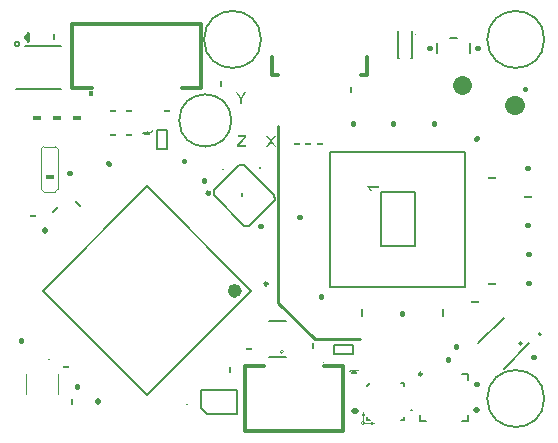
<source format=gto>
G04 Layer_Color=65535*
%FSLAX44Y44*%
%MOMM*%
G71*
G01*
G75*
%ADD63C,0.1270*%
%ADD66C,0.2540*%
%ADD85C,0.6000*%
%ADD86C,0.2500*%
%ADD87C,0.1016*%
%ADD88C,0.3048*%
%ADD89C,0.2032*%
%ADD90C,0.0000*%
%ADD91C,0.2000*%
%ADD92C,0.1524*%
%ADD93C,0.5080*%
%ADD94C,1.6002*%
%ADD95C,0.4064*%
G04:AMPARAMS|DCode=96|XSize=0.1524mm|YSize=0.6048mm|CornerRadius=0mm|HoleSize=0mm|Usage=FLASHONLY|Rotation=45.000|XOffset=0mm|YOffset=0mm|HoleType=Round|Shape=Rectangle|*
%AMROTATEDRECTD96*
4,1,4,0.1600,-0.2677,-0.2677,0.1600,-0.1600,0.2677,0.2677,-0.1600,0.1600,-0.2677,0.0*
%
%ADD96ROTATEDRECTD96*%

%ADD97R,0.6048X0.1524*%
%ADD98R,0.1524X0.6048*%
G04:AMPARAMS|DCode=99|XSize=0.1524mm|YSize=0.6048mm|CornerRadius=0mm|HoleSize=0mm|Usage=FLASHONLY|Rotation=270.010|XOffset=0mm|YOffset=0mm|HoleType=Round|Shape=Rectangle|*
%AMROTATEDRECTD99*
4,1,4,-0.3024,0.0762,0.3024,0.0763,0.3024,-0.0762,-0.3024,-0.0763,-0.3024,0.0762,0.0*
%
%ADD99ROTATEDRECTD99*%

G04:AMPARAMS|DCode=100|XSize=0.1524mm|YSize=0.6048mm|CornerRadius=0mm|HoleSize=0mm|Usage=FLASHONLY|Rotation=0.002|XOffset=0mm|YOffset=0mm|HoleType=Round|Shape=Rectangle|*
%AMROTATEDRECTD100*
4,1,4,-0.0762,-0.3024,-0.0762,0.3024,0.0762,0.3024,0.0762,-0.3024,-0.0762,-0.3024,0.0*
%
%ADD100ROTATEDRECTD100*%

%ADD101R,0.7112X0.4064*%
G04:AMPARAMS|DCode=102|XSize=0.1524mm|YSize=0.6048mm|CornerRadius=0mm|HoleSize=0mm|Usage=FLASHONLY|Rotation=135.000|XOffset=0mm|YOffset=0mm|HoleType=Round|Shape=Rectangle|*
%AMROTATEDRECTD102*
4,1,4,0.2677,0.1600,-0.1600,-0.2677,-0.2677,-0.1600,0.1600,0.2677,0.2677,0.1600,0.0*
%
%ADD102ROTATEDRECTD102*%

%ADD103R,0.7620X0.4572*%
G36*
X2437105Y718630D02*
Y714502D01*
X2435809D01*
Y718630D01*
X2432050Y724268D01*
X2433599D01*
X2435530Y721309D01*
X2435542Y721296D01*
X2435555Y721271D01*
X2435581Y721233D01*
X2435619Y721170D01*
X2435670Y721093D01*
X2435720Y721004D01*
X2435860Y720788D01*
X2436012Y720547D01*
X2436178Y720268D01*
X2436343Y719963D01*
X2436520Y719658D01*
Y719671D01*
X2436546Y719696D01*
X2436571Y719734D01*
X2436597Y719798D01*
X2436647Y719861D01*
X2436698Y719950D01*
X2436762Y720052D01*
X2436825Y720166D01*
X2436990Y720420D01*
X2437168Y720712D01*
X2437371Y721042D01*
X2437600Y721385D01*
X2439492Y724268D01*
X2441004D01*
X2437105Y718630D01*
D02*
G37*
G36*
X2441131Y686791D02*
X2435644Y680022D01*
X2435060Y679336D01*
X2441296D01*
Y678180D01*
X2433574D01*
Y679374D01*
X2438578Y685622D01*
X2438591Y685635D01*
X2438603Y685648D01*
X2438629Y685686D01*
X2438667Y685736D01*
X2438768Y685863D01*
X2438895Y686016D01*
X2439048Y686206D01*
X2439225Y686397D01*
X2439403Y686600D01*
X2439581Y686791D01*
X2434146D01*
Y687946D01*
X2441131D01*
Y686791D01*
D02*
G37*
G36*
X2553462Y643496D02*
X2545829D01*
X2545842Y643471D01*
X2545893Y643420D01*
X2545982Y643318D01*
X2546083Y643192D01*
X2546210Y643026D01*
X2546350Y642823D01*
X2546502Y642607D01*
X2546655Y642353D01*
Y642341D01*
X2546667Y642328D01*
X2546693Y642290D01*
X2546718Y642239D01*
X2546794Y642099D01*
X2546883Y641934D01*
X2546985Y641744D01*
X2547087Y641528D01*
X2547188Y641312D01*
X2547277Y641096D01*
X2546109D01*
Y641109D01*
X2546083Y641147D01*
X2546058Y641198D01*
X2546020Y641261D01*
X2545982Y641350D01*
X2545918Y641452D01*
X2545791Y641693D01*
X2545626Y641960D01*
X2545423Y642264D01*
X2545207Y642557D01*
X2544966Y642849D01*
X2544953Y642861D01*
X2544940Y642887D01*
X2544902Y642925D01*
X2544851Y642976D01*
X2544724Y643103D01*
X2544547Y643268D01*
X2544356Y643433D01*
X2544128Y643611D01*
X2543899Y643776D01*
X2543658Y643915D01*
Y644690D01*
X2553462D01*
Y643496D01*
D02*
G37*
G36*
X2311400Y721628D02*
X2307858D01*
Y725170D01*
X2311400D01*
Y721628D01*
D02*
G37*
G36*
X2507082Y495046D02*
X2505710D01*
Y496418D01*
X2507082D01*
Y495046D01*
D02*
G37*
G36*
X2462987Y683044D02*
X2466632Y677926D01*
X2465045D01*
X2462581Y681406D01*
X2462568Y681419D01*
X2462543Y681457D01*
X2462505Y681520D01*
X2462454Y681596D01*
X2462390Y681685D01*
X2462327Y681787D01*
X2462174Y682003D01*
X2462162Y681977D01*
X2462124Y681926D01*
X2462073Y681838D01*
X2461997Y681736D01*
X2461844Y681495D01*
X2461781Y681393D01*
X2461717Y681304D01*
X2459241Y677926D01*
X2457691D01*
X2461463Y682993D01*
X2458136Y687692D01*
X2459685D01*
X2461463Y685190D01*
X2461476Y685178D01*
X2461489Y685152D01*
X2461514Y685114D01*
X2461552Y685063D01*
X2461654Y684924D01*
X2461768Y684746D01*
X2461895Y684555D01*
X2462022Y684352D01*
X2462136Y684162D01*
X2462238Y683997D01*
X2462251Y684022D01*
X2462301Y684085D01*
X2462365Y684187D01*
X2462454Y684327D01*
X2462568Y684492D01*
X2462708Y684682D01*
X2462847Y684873D01*
X2463013Y685089D01*
X2464956Y687692D01*
X2466365D01*
X2462987Y683044D01*
D02*
G37*
D63*
X2453640Y769112D02*
G03*
X2453640Y769112I-24130J0D01*
G01*
X2693416Y465074D02*
G03*
X2693416Y465074I-24130J0D01*
G01*
Y769112D02*
G03*
X2693416Y769112I-24130J0D01*
G01*
X2403080Y457280D02*
X2408080Y452280D01*
X2433320D01*
Y472440D01*
X2403080D02*
X2433320D01*
X2403080Y457280D02*
Y472440D01*
X2373820Y676530D02*
Y692658D01*
X2365756D02*
X2373820D01*
X2365756Y676530D02*
Y692658D01*
Y676530D02*
X2373820D01*
X2515362Y510730D02*
X2531490D01*
X2515362Y502666D02*
Y510730D01*
Y502666D02*
X2531490D01*
Y510730D01*
X2245918Y727236D02*
X2283968D01*
X2253918Y763270D02*
X2283968D01*
D66*
X2589849Y485835D02*
G03*
X2589849Y485835I-1270J-0D01*
G01*
X2254012Y771144D02*
X2256028Y774144D01*
X2254012Y771144D02*
X2256028Y768096D01*
X2256028Y774144D02*
X2256028Y768096D01*
X2468118Y546354D02*
Y695706D01*
Y546354D02*
X2499106Y515366D01*
X2537460D01*
D85*
X2434366Y556260D02*
G03*
X2434366Y556260I-3000J0D01*
G01*
D86*
X2459133Y562270D02*
G03*
X2459133Y562270I-1250J0D01*
G01*
D87*
X2541574Y444288D02*
G03*
X2541574Y444288I-1524J0D01*
G01*
X2584450Y773260D02*
G03*
X2584450Y773260I-508J0D01*
G01*
X2267458Y642280D02*
G03*
X2269490Y640280I2016J16D01*
G01*
X2279570Y640280D02*
G03*
X2281570Y642280I0J2000D01*
G01*
Y676402D02*
G03*
X2279570Y678434I-2016J16D01*
G01*
X2269490Y678434D02*
G03*
X2267458Y676402I0J-2032D01*
G01*
X2540050Y444288D02*
Y453288D01*
X2539050Y451288D02*
X2540050Y453288D01*
X2539050Y451288D02*
X2541050D01*
X2540050Y453288D02*
X2541050Y451288D01*
X2540050Y444288D02*
X2549050D01*
X2547050Y443288D02*
X2549050Y444288D01*
X2547050Y443288D02*
Y445288D01*
X2549050Y444288D01*
X2528380Y488180D02*
X2529380Y489180D01*
X2535428D01*
X2536444Y490180D01*
X2353120Y690110D02*
X2354120Y691110D01*
X2360168D01*
X2361184Y692110D01*
X2273296Y498521D02*
X2274312Y498521D01*
X2254718Y486018D02*
X2254722Y468882D01*
X2281935Y486022D02*
X2281938Y468886D01*
X2267458Y642280D02*
Y676402D01*
X2269490Y640280D02*
X2279570D01*
X2281570Y642280D02*
Y676402D01*
X2269490Y678434D02*
X2279570D01*
D88*
X2410026Y639143D02*
G03*
X2410026Y639143I-1016J0D01*
G01*
X2293980Y782320D02*
X2402586D01*
X2293980Y727820D02*
Y782320D01*
Y727820D02*
X2310130D01*
X2386330D02*
X2402586D01*
Y782320D01*
X2439670Y437896D02*
X2523330Y437896D01*
Y492396D01*
X2507180D02*
X2523330D01*
X2439670D02*
X2455926D01*
X2439670Y437896D02*
Y492396D01*
X2463170Y738886D02*
X2468170D01*
X2463170D02*
Y753872D01*
X2538222Y738886D02*
X2543302D01*
Y753872D01*
D89*
X2689530Y520609D02*
G03*
X2689530Y520609I0J-1016D01*
G01*
X2673226Y513246D02*
G03*
X2673226Y513246I0J-1524D01*
G01*
X2428474Y700514D02*
G03*
X2428474Y700514I-22098J0D01*
G01*
X2248950Y765302D02*
G03*
X2248950Y765302I-2032J0D01*
G01*
X2572258Y447288D02*
X2574798D01*
Y449788D01*
X2543550Y447288D02*
X2546050D01*
X2543550D02*
Y449788D01*
X2574798Y475996D02*
Y478536D01*
X2572258D02*
X2574798D01*
X2543550Y475996D02*
X2546050Y478536D01*
X2658960Y490427D02*
X2680339Y511813D01*
X2637574Y511807D02*
X2658953Y533193D01*
X2588581Y445835D02*
X2593581Y445835D01*
X2588581Y450835D02*
X2588581Y445835D01*
X2628581Y450837D02*
X2628581Y445837D01*
X2623581Y445836D02*
X2628581Y445837D01*
X2628579Y485837D02*
X2628579Y480837D01*
X2623579Y485836D02*
X2628579Y485837D01*
X2459993Y500619D02*
X2475113Y500621D01*
X2459987Y530859D02*
X2475107Y530861D01*
X2554986Y639572D02*
X2583864D01*
X2554986Y594416D02*
X2583864D01*
Y639572D01*
X2554986Y594416D02*
Y639572D01*
X2512314Y674116D02*
X2626614D01*
Y559816D02*
Y674116D01*
X2512314Y559816D02*
X2626614D01*
X2512314D02*
Y674116D01*
X2614024Y770128D02*
X2619502Y770128D01*
X2602484Y766318D02*
X2602484Y757706D01*
X2630932Y766319D02*
X2630932Y757707D01*
D90*
X2472636Y504621D02*
G03*
X2472636Y504621I-1524J0D01*
G01*
D91*
X2268732Y556260D02*
X2357120Y644648D01*
X2357120Y467872D02*
X2445508Y556260D01*
X2268732Y556260D02*
X2357120Y467872D01*
X2357120Y644648D02*
X2445508Y556260D01*
D92*
X2391085Y460827D02*
X2391336Y460576D01*
X2580894Y455168D02*
X2581248Y455168D01*
X2532380Y488442D02*
X2533904Y486918D01*
X2530856D02*
X2532380Y488442D01*
X2530856Y486918D02*
X2532380D01*
X2533904D01*
X2532380D02*
Y488442D01*
X2357120Y690372D02*
X2358644Y688848D01*
X2355596D02*
X2357120Y690372D01*
X2355596Y688848D02*
X2357120D01*
X2358644D01*
X2357120D02*
Y690372D01*
X2437294Y639153D02*
X2437295Y636324D01*
X2413959Y641266D02*
X2435335Y662656D01*
X2413959Y641266D02*
X2413960Y637024D01*
X2439448Y611552D01*
X2443725Y611520D01*
X2465101Y632909D01*
X2464920Y637040D02*
X2465101Y632909D01*
X2439432Y662512D02*
X2464920Y637040D01*
X2435335Y662656D02*
X2439432Y662512D01*
X2569560Y753364D02*
Y776460D01*
Y753364D02*
X2570560D01*
X2580640D02*
X2581656D01*
Y776460D01*
X2452698Y660474D02*
X2452949Y660725D01*
X2421565Y659455D02*
X2421816Y659204D01*
D93*
X2635250Y455422D02*
X2636266D01*
X2532634Y454914D02*
X2533650D01*
X2315210Y461772D02*
Y462788D01*
X2270401Y607419D02*
X2271119Y606701D01*
D94*
X2623820Y730150D02*
Y730504D01*
X2668199Y713669D02*
X2668450Y713920D01*
D95*
X2595626Y762254D02*
X2596439D01*
X2618486Y509524D02*
X2618486Y508711D01*
X2611628Y498348D02*
X2611628Y497535D01*
X2635907Y684679D02*
X2636482Y685254D01*
X2291080Y655828D02*
X2291893D01*
X2453027Y611483D02*
X2453602Y610908D01*
X2405021Y649373D02*
X2405596Y649948D01*
X2388146Y666026D02*
X2388721Y666601D01*
X2250440Y514858D02*
X2250440Y514045D01*
X2485898Y618998D02*
X2486711D01*
X2504224Y550964D02*
X2504799Y551539D01*
X2573274Y537515D02*
X2573274Y536702D01*
X2599944Y697992D02*
X2599944Y697179D01*
X2531364Y697992D02*
X2531364Y697179D01*
X2565400Y697992D02*
X2565400Y697179D01*
X2679395Y562864D02*
X2680208Y562864D01*
X2679192Y611632D02*
X2680005D01*
X2679395Y587248D02*
X2680208Y587248D01*
X2323995Y664569D02*
X2324570Y663994D01*
X2297430Y475285D02*
X2297430Y474472D01*
X2684272Y500380D02*
X2685085Y500380D01*
X2635250Y477012D02*
X2636063D01*
X2676690Y726732D02*
X2677265Y727307D01*
X2679192Y660400D02*
X2680005D01*
X2636723Y762000D02*
X2637536Y762000D01*
D96*
X2298683Y629937D02*
D03*
D97*
X2288567Y491490D02*
D03*
X2443451Y506730D02*
D03*
X2341855Y688344D02*
D03*
X2327887Y688342D02*
D03*
X2503193Y680720D02*
D03*
X2493034Y680721D02*
D03*
X2327882Y708660D02*
D03*
X2341851D02*
D03*
X2373596Y708660D02*
D03*
X2484143Y680720D02*
D03*
X2260626Y619759D02*
D03*
D98*
X2293620Y462307D02*
D03*
X2426970Y488974D02*
D03*
X2419858Y731497D02*
D03*
X2529839Y726416D02*
D03*
X2278123Y770865D02*
D03*
X2497581Y509301D02*
D03*
D99*
X2679724Y636016D02*
D03*
X2649498Y652015D02*
D03*
Y562099D02*
D03*
X2634512Y547113D02*
D03*
D100*
X2539492Y537234D02*
D03*
X2607310D02*
D03*
D101*
X2274570Y652780D02*
D03*
D102*
X2279124Y624314D02*
D03*
D103*
X2263648Y702818D02*
D03*
X2280793D02*
D03*
X2297938D02*
D03*
M02*

</source>
